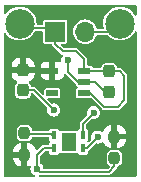
<source format=gbr>
%TF.GenerationSoftware,KiCad,Pcbnew,8.0.1*%
%TF.CreationDate,2025-01-22T18:04:17-07:00*%
%TF.ProjectId,AlcoholSensor,416c636f-686f-46c5-9365-6e736f722e6b,rev?*%
%TF.SameCoordinates,Original*%
%TF.FileFunction,Copper,L2,Bot*%
%TF.FilePolarity,Positive*%
%FSLAX46Y46*%
G04 Gerber Fmt 4.6, Leading zero omitted, Abs format (unit mm)*
G04 Created by KiCad (PCBNEW 8.0.1) date 2025-01-22 18:04:17*
%MOMM*%
%LPD*%
G01*
G04 APERTURE LIST*
G04 Aperture macros list*
%AMRoundRect*
0 Rectangle with rounded corners*
0 $1 Rounding radius*
0 $2 $3 $4 $5 $6 $7 $8 $9 X,Y pos of 4 corners*
0 Add a 4 corners polygon primitive as box body*
4,1,4,$2,$3,$4,$5,$6,$7,$8,$9,$2,$3,0*
0 Add four circle primitives for the rounded corners*
1,1,$1+$1,$2,$3*
1,1,$1+$1,$4,$5*
1,1,$1+$1,$6,$7*
1,1,$1+$1,$8,$9*
0 Add four rect primitives between the rounded corners*
20,1,$1+$1,$2,$3,$4,$5,0*
20,1,$1+$1,$4,$5,$6,$7,0*
20,1,$1+$1,$6,$7,$8,$9,0*
20,1,$1+$1,$8,$9,$2,$3,0*%
G04 Aperture macros list end*
%TA.AperFunction,SMDPad,CuDef*%
%ADD10R,1.003300X0.508000*%
%TD*%
%TA.AperFunction,SMDPad,CuDef*%
%ADD11R,0.450000X0.800000*%
%TD*%
%TA.AperFunction,SMDPad,CuDef*%
%ADD12R,1.300000X1.500000*%
%TD*%
%TA.AperFunction,ComponentPad*%
%ADD13C,2.500000*%
%TD*%
%TA.AperFunction,ComponentPad*%
%ADD14R,1.700000X1.700000*%
%TD*%
%TA.AperFunction,ComponentPad*%
%ADD15O,1.700000X1.700000*%
%TD*%
%TA.AperFunction,SMDPad,CuDef*%
%ADD16RoundRect,0.237500X-0.237500X0.300000X-0.237500X-0.300000X0.237500X-0.300000X0.237500X0.300000X0*%
%TD*%
%TA.AperFunction,SMDPad,CuDef*%
%ADD17RoundRect,0.237500X-0.237500X0.250000X-0.237500X-0.250000X0.237500X-0.250000X0.237500X0.250000X0*%
%TD*%
%TA.AperFunction,ViaPad*%
%ADD18C,0.600000*%
%TD*%
%TA.AperFunction,Conductor*%
%ADD19C,0.152400*%
%TD*%
G04 APERTURE END LIST*
D10*
%TO.P,U3,1,VIN*%
%TO.N,VCC*%
X181975100Y-79989998D03*
%TO.P,U3,2,GND*%
%TO.N,GND*%
X181975100Y-80939999D03*
%TO.P,U3,3,EN*%
%TO.N,VCC*%
X181975100Y-81890000D03*
%TO.P,U3,4,NC*%
%TO.N,unconnected-(U3-NC-Pad4)*%
X179270000Y-81890000D03*
%TO.P,U3,5,VOUT*%
%TO.N,VDD_1.8V*%
X179270000Y-79989998D03*
%TD*%
D11*
%TO.P,U1,1,SENSOR+*%
%TO.N,Alcohol_OUT*%
X179420000Y-86550000D03*
%TO.P,U1,2,HEATER+*%
%TO.N,Net-(U1-HEATER+)*%
X179420000Y-85470000D03*
%TO.P,U1,3,SENSOR-*%
%TO.N,GND*%
X181840000Y-85470000D03*
%TO.P,U1,4,HEATER-*%
X181840000Y-86550000D03*
D12*
%TO.P,U1,5,EP*%
%TO.N,unconnected-(U1-EP-Pad5)*%
X180630000Y-86010000D03*
%TD*%
D13*
%TO.P,H2,1,1*%
%TO.N,GND*%
X185000000Y-76000000D03*
%TD*%
%TO.P,H1,1,1*%
%TO.N,VCC*%
X176500000Y-76000000D03*
%TD*%
D14*
%TO.P,J1,1,Pin_1*%
%TO.N,VCC*%
X179500000Y-76690000D03*
D15*
%TO.P,J1,2,Pin_2*%
%TO.N,GND*%
X182040000Y-76690000D03*
%TD*%
D16*
%TO.P,C2,1*%
%TO.N,VDD_1.8V*%
X176780000Y-79920000D03*
%TO.P,C2,2*%
%TO.N,GND*%
X176780000Y-81645000D03*
%TD*%
D17*
%TO.P,R1,1*%
%TO.N,Net-(U1-HEATER+)*%
X176900000Y-85280000D03*
%TO.P,R1,2*%
%TO.N,VDD_1.8V*%
X176900000Y-87105000D03*
%TD*%
%TO.P,R3,1*%
%TO.N,VDD_1.8V*%
X184520000Y-85570000D03*
%TO.P,R3,2*%
%TO.N,Alcohol_OUT*%
X184520000Y-87395000D03*
%TD*%
D16*
%TO.P,C1,1*%
%TO.N,VCC*%
X184080000Y-80060000D03*
%TO.P,C1,2*%
%TO.N,GND*%
X184080000Y-81785000D03*
%TD*%
D18*
%TO.N,GND*%
X180560000Y-79100000D03*
X182750000Y-83560000D03*
X179386054Y-83325447D03*
X183100000Y-85610000D03*
%TO.N,Alcohol_OUT*%
X177960000Y-88330000D03*
%TO.N,VDD_1.8V*%
X185580000Y-78620000D03*
%TD*%
D19*
%TO.N,Net-(U1-HEATER+)*%
X179225000Y-85380000D02*
X179245000Y-85400000D01*
X177000000Y-85380000D02*
X179225000Y-85380000D01*
X176900000Y-85280000D02*
X177000000Y-85380000D01*
%TO.N,GND*%
X181840000Y-84470000D02*
X181840000Y-85445000D01*
X182750000Y-83560000D02*
X181840000Y-84470000D01*
X181840000Y-85445000D02*
X181905000Y-85510000D01*
X182230000Y-86510000D02*
X181905000Y-86510000D01*
X183100000Y-85640000D02*
X182230000Y-86510000D01*
X183100000Y-85610000D02*
X183100000Y-85640000D01*
X181429999Y-80939999D02*
X180560000Y-80070000D01*
X182869999Y-80939999D02*
X181975100Y-80939999D01*
X183715000Y-81785000D02*
X182869999Y-80939999D01*
X184080000Y-81785000D02*
X183715000Y-81785000D01*
X180560000Y-80070000D02*
X180560000Y-79100000D01*
X181975100Y-80939999D02*
X181429999Y-80939999D01*
X177705607Y-81645000D02*
X179386054Y-83325447D01*
X176780000Y-81645000D02*
X177705607Y-81645000D01*
X184260000Y-76690000D02*
X184950000Y-76000000D01*
X182040000Y-76690000D02*
X184260000Y-76690000D01*
%TO.N,Alcohol_OUT*%
X178190000Y-88560000D02*
X184050000Y-88560000D01*
X177960000Y-88330000D02*
X177960000Y-87110000D01*
X184050000Y-88560000D02*
X184520000Y-88090000D01*
X177960000Y-87110000D02*
X178560000Y-86510000D01*
X177960000Y-88330000D02*
X178190000Y-88560000D01*
X184520000Y-88090000D02*
X184520000Y-87395000D01*
X178560000Y-86510000D02*
X179355000Y-86510000D01*
%TO.N,VDD_1.8V*%
X179270000Y-79989998D02*
X176849998Y-79989998D01*
X176849998Y-79989998D02*
X176780000Y-79920000D01*
%TO.N,VCC*%
X182490000Y-81890000D02*
X183640000Y-83040000D01*
X181975100Y-81890000D02*
X182490000Y-81890000D01*
X176950000Y-76420000D02*
X176530000Y-76000000D01*
X183640000Y-83040000D02*
X184830000Y-83040000D01*
X181975100Y-79989998D02*
X181975100Y-79045100D01*
X179230000Y-76420000D02*
X176950000Y-76420000D01*
X184830000Y-83040000D02*
X185360000Y-82510000D01*
X179500000Y-77730000D02*
X179500000Y-76690000D01*
X185000000Y-80060000D02*
X184080000Y-80060000D01*
X179500000Y-76690000D02*
X179230000Y-76420000D01*
X181300000Y-78370000D02*
X180140000Y-78370000D01*
X185360000Y-82510000D02*
X185360000Y-80420000D01*
X185360000Y-80420000D02*
X185000000Y-80060000D01*
X181975100Y-79989998D02*
X184009998Y-79989998D01*
X180140000Y-78370000D02*
X179500000Y-77730000D01*
X184009998Y-79989998D02*
X184080000Y-80060000D01*
X181975100Y-79045100D02*
X181300000Y-78370000D01*
%TD*%
%TA.AperFunction,Conductor*%
%TO.N,VDD_1.8V*%
G36*
X186362638Y-74433093D02*
G01*
X186388358Y-74477642D01*
X186389500Y-74490700D01*
X186389500Y-75262797D01*
X186371907Y-75311135D01*
X186327358Y-75336855D01*
X186276700Y-75327922D01*
X186251345Y-75303927D01*
X186130993Y-75119714D01*
X185970679Y-74945566D01*
X185970675Y-74945562D01*
X185783881Y-74800175D01*
X185575713Y-74687520D01*
X185575700Y-74687514D01*
X185351842Y-74610664D01*
X185351836Y-74610662D01*
X185351829Y-74610660D01*
X185351822Y-74610658D01*
X185351819Y-74610658D01*
X185118357Y-74571700D01*
X185118352Y-74571700D01*
X184881648Y-74571700D01*
X184881642Y-74571700D01*
X184648180Y-74610658D01*
X184648174Y-74610659D01*
X184648171Y-74610660D01*
X184648166Y-74610661D01*
X184648157Y-74610664D01*
X184424299Y-74687514D01*
X184424286Y-74687520D01*
X184216118Y-74800175D01*
X184029324Y-74945562D01*
X184029320Y-74945566D01*
X183869006Y-75119714D01*
X183739543Y-75317872D01*
X183739542Y-75317876D01*
X183644458Y-75534644D01*
X183586352Y-75764104D01*
X183586351Y-75764107D01*
X183566805Y-75999998D01*
X183566805Y-76000001D01*
X183586351Y-76235892D01*
X183586351Y-76235894D01*
X183586352Y-76235896D01*
X183613180Y-76341841D01*
X183607992Y-76393017D01*
X183571121Y-76428886D01*
X183540282Y-76435500D01*
X183093142Y-76435500D01*
X183044804Y-76417907D01*
X183021180Y-76382130D01*
X182994623Y-76294582D01*
X182899138Y-76115943D01*
X182860059Y-76068325D01*
X182770636Y-75959363D01*
X182614058Y-75830863D01*
X182614059Y-75830863D01*
X182614057Y-75830862D01*
X182614054Y-75830860D01*
X182614052Y-75830859D01*
X182435423Y-75735379D01*
X182435411Y-75735374D01*
X182241579Y-75676577D01*
X182241580Y-75676577D01*
X182040000Y-75656724D01*
X181838419Y-75676577D01*
X181644588Y-75735374D01*
X181644576Y-75735379D01*
X181465947Y-75830859D01*
X181465941Y-75830863D01*
X181309363Y-75959363D01*
X181180863Y-76115941D01*
X181180859Y-76115947D01*
X181085379Y-76294576D01*
X181085374Y-76294588D01*
X181026577Y-76488419D01*
X181006724Y-76690000D01*
X181026577Y-76891580D01*
X181085374Y-77085411D01*
X181085379Y-77085423D01*
X181180859Y-77264052D01*
X181180863Y-77264058D01*
X181309363Y-77420636D01*
X181418325Y-77510059D01*
X181465943Y-77549138D01*
X181481701Y-77557561D01*
X181579004Y-77609571D01*
X181644582Y-77644623D01*
X181644586Y-77644624D01*
X181644588Y-77644625D01*
X181688925Y-77658074D01*
X181838418Y-77703422D01*
X182040000Y-77723276D01*
X182241582Y-77703422D01*
X182435418Y-77644623D01*
X182614057Y-77549138D01*
X182770636Y-77420636D01*
X182899138Y-77264057D01*
X182994623Y-77085418D01*
X183021180Y-76997869D01*
X183052048Y-76956721D01*
X183093142Y-76944500D01*
X183895134Y-76944500D01*
X183943472Y-76962093D01*
X183950454Y-76968761D01*
X184029320Y-77054433D01*
X184029325Y-77054438D01*
X184216118Y-77199824D01*
X184424286Y-77312479D01*
X184424292Y-77312482D01*
X184424293Y-77312482D01*
X184424299Y-77312485D01*
X184593293Y-77370500D01*
X184648171Y-77389340D01*
X184881648Y-77428300D01*
X184881651Y-77428300D01*
X185118349Y-77428300D01*
X185118352Y-77428300D01*
X185351829Y-77389340D01*
X185503902Y-77337132D01*
X185575700Y-77312485D01*
X185575702Y-77312484D01*
X185575708Y-77312482D01*
X185783883Y-77199823D01*
X185970677Y-77054436D01*
X186130992Y-76880287D01*
X186251345Y-76696071D01*
X186292512Y-76665228D01*
X186343873Y-76668061D01*
X186381397Y-76703246D01*
X186389500Y-76737202D01*
X186389500Y-88899300D01*
X186371907Y-88947638D01*
X186327358Y-88973358D01*
X186314300Y-88974500D01*
X178220621Y-88974500D01*
X178172283Y-88956907D01*
X178146563Y-88912358D01*
X178155496Y-88861700D01*
X178191844Y-88829824D01*
X178215021Y-88820224D01*
X178243798Y-88814500D01*
X184100621Y-88814500D01*
X184100623Y-88814500D01*
X184194163Y-88775755D01*
X184664161Y-88305755D01*
X184664163Y-88305755D01*
X184735755Y-88234163D01*
X184774500Y-88140623D01*
X184774500Y-88127517D01*
X184792093Y-88079179D01*
X184836642Y-88053459D01*
X184837938Y-88053243D01*
X184887589Y-88045380D01*
X184945171Y-88016040D01*
X185004948Y-87985582D01*
X185098082Y-87892448D01*
X185157879Y-87775091D01*
X185173300Y-87677725D01*
X185173299Y-87112276D01*
X185167958Y-87078548D01*
X185157880Y-87014910D01*
X185098081Y-86897550D01*
X185004949Y-86804418D01*
X184887591Y-86744621D01*
X184887593Y-86744621D01*
X184838908Y-86736910D01*
X184790225Y-86729200D01*
X184790223Y-86729200D01*
X184249781Y-86729200D01*
X184249769Y-86729201D01*
X184152410Y-86744619D01*
X184035050Y-86804418D01*
X183941918Y-86897550D01*
X183882121Y-87014907D01*
X183866700Y-87112273D01*
X183866700Y-87677718D01*
X183866701Y-87677730D01*
X183882119Y-87775089D01*
X183941918Y-87892449D01*
X184035050Y-87985581D01*
X184094829Y-88016040D01*
X184129911Y-88053661D01*
X184132603Y-88105030D01*
X184113864Y-88136218D01*
X183966607Y-88283474D01*
X183919988Y-88305214D01*
X183913434Y-88305500D01*
X178577973Y-88305500D01*
X178529635Y-88287907D01*
X178503915Y-88243358D01*
X178503416Y-88240116D01*
X178502632Y-88234162D01*
X178496330Y-88186291D01*
X178440861Y-88052375D01*
X178440860Y-88052374D01*
X178440860Y-88052373D01*
X178352621Y-87937378D01*
X178243921Y-87853970D01*
X178216283Y-87810586D01*
X178214500Y-87794310D01*
X178214500Y-87246565D01*
X178232093Y-87198227D01*
X178236526Y-87193391D01*
X178643391Y-86786526D01*
X178690011Y-86764786D01*
X178696565Y-86764500D01*
X178941501Y-86764500D01*
X178989839Y-86782093D01*
X179015559Y-86826642D01*
X179016701Y-86839700D01*
X179016701Y-86967564D01*
X179027043Y-87019565D01*
X179027045Y-87019571D01*
X179066451Y-87078545D01*
X179066452Y-87078545D01*
X179066453Y-87078547D01*
X179125431Y-87117955D01*
X179177439Y-87128300D01*
X179662560Y-87128299D01*
X179688564Y-87123127D01*
X179714565Y-87117956D01*
X179714566Y-87117955D01*
X179714569Y-87117955D01*
X179714569Y-87117954D01*
X179714571Y-87117954D01*
X179744058Y-87098251D01*
X179773547Y-87078547D01*
X179812955Y-87019569D01*
X179819523Y-86986545D01*
X179846207Y-86942570D01*
X179894917Y-86926034D01*
X179907949Y-86927461D01*
X179910430Y-86927954D01*
X179910431Y-86927955D01*
X179962439Y-86938300D01*
X181297560Y-86938299D01*
X181349569Y-86927955D01*
X181349569Y-86927954D01*
X181352051Y-86927461D01*
X181402892Y-86935287D01*
X181436808Y-86973962D01*
X181440476Y-86986546D01*
X181447043Y-87019565D01*
X181447045Y-87019571D01*
X181486451Y-87078545D01*
X181486452Y-87078545D01*
X181486453Y-87078547D01*
X181545431Y-87117955D01*
X181597439Y-87128300D01*
X182082560Y-87128299D01*
X182108564Y-87123127D01*
X182134565Y-87117956D01*
X182134566Y-87117955D01*
X182134569Y-87117955D01*
X182134569Y-87117954D01*
X182134571Y-87117954D01*
X182164058Y-87098251D01*
X182193547Y-87078547D01*
X182232955Y-87019569D01*
X182243300Y-86967561D01*
X182243300Y-86830206D01*
X182260893Y-86781868D01*
X182289720Y-86760731D01*
X182374163Y-86725755D01*
X182927680Y-86172236D01*
X182974298Y-86150498D01*
X182990659Y-86150854D01*
X183100000Y-86165250D01*
X183243709Y-86146330D01*
X183377625Y-86090861D01*
X183467290Y-86022057D01*
X183516346Y-86006591D01*
X183563871Y-86026275D01*
X183584450Y-86058065D01*
X183609548Y-86133805D01*
X183700052Y-86280534D01*
X183700055Y-86280538D01*
X183821961Y-86402444D01*
X183821965Y-86402447D01*
X183968695Y-86492951D01*
X183968694Y-86492951D01*
X184132347Y-86547179D01*
X184132349Y-86547180D01*
X184233358Y-86557499D01*
X184269999Y-86557498D01*
X184270000Y-86557498D01*
X184270000Y-85820000D01*
X184770000Y-85820000D01*
X184770000Y-86557499D01*
X184806641Y-86557499D01*
X184907655Y-86547179D01*
X185071305Y-86492951D01*
X185218034Y-86402447D01*
X185218038Y-86402444D01*
X185339944Y-86280538D01*
X185339947Y-86280534D01*
X185430451Y-86133805D01*
X185484679Y-85970152D01*
X185484680Y-85970150D01*
X185495000Y-85869140D01*
X185495000Y-85820000D01*
X184770000Y-85820000D01*
X184270000Y-85820000D01*
X184270000Y-84582500D01*
X184770000Y-84582500D01*
X184770000Y-85320000D01*
X185494999Y-85320000D01*
X185494999Y-85270858D01*
X185484679Y-85169844D01*
X185430451Y-85006194D01*
X185339947Y-84859465D01*
X185339944Y-84859461D01*
X185218038Y-84737555D01*
X185218034Y-84737552D01*
X185071304Y-84647048D01*
X185071305Y-84647048D01*
X184907652Y-84592820D01*
X184907650Y-84592819D01*
X184806641Y-84582500D01*
X184770000Y-84582500D01*
X184270000Y-84582500D01*
X184269999Y-84582499D01*
X184233359Y-84582500D01*
X184132344Y-84592820D01*
X183968694Y-84647048D01*
X183821965Y-84737552D01*
X183821961Y-84737555D01*
X183700055Y-84859461D01*
X183700052Y-84859465D01*
X183609548Y-85006194D01*
X183563316Y-85145717D01*
X183531411Y-85186067D01*
X183481034Y-85196469D01*
X183446154Y-85181723D01*
X183377626Y-85129139D01*
X183243711Y-85073671D01*
X183243709Y-85073670D01*
X183100000Y-85054750D01*
X182956291Y-85073670D01*
X182956288Y-85073670D01*
X182956288Y-85073671D01*
X182822373Y-85129139D01*
X182707378Y-85217378D01*
X182619139Y-85332373D01*
X182563671Y-85466288D01*
X182563670Y-85466291D01*
X182544750Y-85610000D01*
X182563671Y-85753716D01*
X182564946Y-85758473D01*
X182563130Y-85758959D01*
X182565044Y-85803032D01*
X182546504Y-85833576D01*
X182353514Y-86026566D01*
X182306894Y-86048306D01*
X182257207Y-86034992D01*
X182227702Y-85992855D01*
X182230866Y-85944610D01*
X182232951Y-85939573D01*
X182232955Y-85939569D01*
X182243300Y-85887561D01*
X182243299Y-85052440D01*
X182239522Y-85033451D01*
X182232956Y-85000434D01*
X182232954Y-85000428D01*
X182193548Y-84941454D01*
X182193544Y-84941451D01*
X182134569Y-84902045D01*
X182134567Y-84902044D01*
X182128411Y-84897931D01*
X182130366Y-84895004D01*
X182102995Y-84869920D01*
X182094500Y-84835201D01*
X182094500Y-84606564D01*
X182112093Y-84558226D01*
X182116515Y-84553401D01*
X182551168Y-84118747D01*
X182597788Y-84097008D01*
X182614151Y-84097364D01*
X182750000Y-84115250D01*
X182893709Y-84096330D01*
X183027625Y-84040861D01*
X183142621Y-83952621D01*
X183230861Y-83837625D01*
X183286330Y-83703709D01*
X183305250Y-83560000D01*
X183286330Y-83416291D01*
X183230861Y-83282375D01*
X183230860Y-83282374D01*
X183230860Y-83282373D01*
X183142621Y-83167378D01*
X183027626Y-83079139D01*
X182893711Y-83023671D01*
X182893709Y-83023670D01*
X182750000Y-83004750D01*
X182606291Y-83023670D01*
X182606288Y-83023670D01*
X182606288Y-83023671D01*
X182472373Y-83079139D01*
X182357378Y-83167378D01*
X182269139Y-83282373D01*
X182251298Y-83325447D01*
X182213670Y-83416291D01*
X182206710Y-83469156D01*
X182194750Y-83560000D01*
X182212634Y-83695840D01*
X182201500Y-83746061D01*
X182191251Y-83758830D01*
X181624245Y-84325835D01*
X181585500Y-84419376D01*
X181585500Y-84835201D01*
X181567907Y-84883539D01*
X181550500Y-84896302D01*
X181551589Y-84897931D01*
X181545432Y-84902044D01*
X181545431Y-84902045D01*
X181486456Y-84941451D01*
X181486453Y-84941453D01*
X181447045Y-85000431D01*
X181447044Y-85000432D01*
X181440476Y-85033455D01*
X181413790Y-85077431D01*
X181365080Y-85093965D01*
X181352051Y-85092538D01*
X181297562Y-85081700D01*
X179962441Y-85081700D01*
X179907946Y-85092539D01*
X179857105Y-85084712D01*
X179823190Y-85046036D01*
X179819522Y-85033451D01*
X179812955Y-85000430D01*
X179812954Y-85000428D01*
X179773548Y-84941454D01*
X179773544Y-84941451D01*
X179714569Y-84902045D01*
X179714567Y-84902044D01*
X179662561Y-84891700D01*
X179177440Y-84891700D01*
X179177435Y-84891701D01*
X179125434Y-84902043D01*
X179125428Y-84902045D01*
X179066454Y-84941451D01*
X179027045Y-85000431D01*
X179027044Y-85000432D01*
X179016699Y-85052439D01*
X179016338Y-85056114D01*
X179014644Y-85055947D01*
X178999107Y-85098638D01*
X178954558Y-85124358D01*
X178941500Y-85125500D01*
X177628499Y-85125500D01*
X177580161Y-85107907D01*
X177554441Y-85063358D01*
X177553299Y-85050300D01*
X177553299Y-84997281D01*
X177553298Y-84997273D01*
X177553298Y-84997269D01*
X177537880Y-84899910D01*
X177478081Y-84782550D01*
X177384949Y-84689418D01*
X177267591Y-84629621D01*
X177267593Y-84629621D01*
X177218908Y-84621910D01*
X177170225Y-84614200D01*
X177170223Y-84614200D01*
X176629781Y-84614200D01*
X176629769Y-84614201D01*
X176532410Y-84629619D01*
X176415050Y-84689418D01*
X176321918Y-84782550D01*
X176262121Y-84899907D01*
X176246700Y-84997273D01*
X176246700Y-85562718D01*
X176246701Y-85562730D01*
X176262119Y-85660089D01*
X176321918Y-85777449D01*
X176415050Y-85870581D01*
X176415052Y-85870582D01*
X176532407Y-85930378D01*
X176532409Y-85930379D01*
X176629775Y-85945800D01*
X177170224Y-85945799D01*
X177177732Y-85944610D01*
X177267589Y-85930380D01*
X177267593Y-85930378D01*
X177384948Y-85870582D01*
X177478082Y-85777448D01*
X177529997Y-85675559D01*
X177567618Y-85640478D01*
X177597001Y-85634500D01*
X178941501Y-85634500D01*
X178989839Y-85652093D01*
X179015559Y-85696642D01*
X179016701Y-85709700D01*
X179016701Y-85887564D01*
X179027043Y-85939565D01*
X179027045Y-85939571D01*
X179046189Y-85968221D01*
X179058416Y-86018187D01*
X179046190Y-86051779D01*
X179027045Y-86080431D01*
X179027044Y-86080432D01*
X179016700Y-86132438D01*
X179016700Y-86180300D01*
X178999107Y-86228638D01*
X178954558Y-86254358D01*
X178941500Y-86255500D01*
X178509377Y-86255500D01*
X178415837Y-86294244D01*
X178380041Y-86330040D01*
X178344245Y-86365837D01*
X178344244Y-86365838D01*
X178217131Y-86492951D01*
X177985871Y-86724210D01*
X177939251Y-86745949D01*
X177889564Y-86732635D01*
X177861314Y-86694689D01*
X177810451Y-86541194D01*
X177719947Y-86394465D01*
X177719944Y-86394461D01*
X177598038Y-86272555D01*
X177598034Y-86272552D01*
X177451304Y-86182048D01*
X177451305Y-86182048D01*
X177287652Y-86127820D01*
X177287650Y-86127819D01*
X177186641Y-86117500D01*
X177150000Y-86117500D01*
X177150000Y-88092499D01*
X177186641Y-88092499D01*
X177287655Y-88082179D01*
X177339259Y-88065080D01*
X177390677Y-88066576D01*
X177429104Y-88100773D01*
X177436559Y-88151669D01*
X177432389Y-88165240D01*
X177423671Y-88186287D01*
X177423671Y-88186288D01*
X177423670Y-88186291D01*
X177404750Y-88330000D01*
X177423670Y-88473709D01*
X177423671Y-88473711D01*
X177479139Y-88607626D01*
X177567378Y-88722621D01*
X177682373Y-88810860D01*
X177682374Y-88810860D01*
X177682375Y-88810861D01*
X177704980Y-88820224D01*
X177728156Y-88829824D01*
X177766082Y-88864576D01*
X177772797Y-88915576D01*
X177745158Y-88958960D01*
X177699379Y-88974500D01*
X175265700Y-88974500D01*
X175217362Y-88956907D01*
X175191642Y-88912358D01*
X175190500Y-88899300D01*
X175190500Y-87355000D01*
X175925001Y-87355000D01*
X175925001Y-87404141D01*
X175935320Y-87505155D01*
X175989548Y-87668805D01*
X176080052Y-87815534D01*
X176080055Y-87815538D01*
X176201961Y-87937444D01*
X176201965Y-87937447D01*
X176348695Y-88027951D01*
X176348694Y-88027951D01*
X176512347Y-88082179D01*
X176512349Y-88082180D01*
X176613358Y-88092499D01*
X176649999Y-88092498D01*
X176650000Y-88092498D01*
X176650000Y-87355000D01*
X175925001Y-87355000D01*
X175190500Y-87355000D01*
X175190500Y-86855000D01*
X175925000Y-86855000D01*
X176650000Y-86855000D01*
X176650000Y-86117500D01*
X176649999Y-86117499D01*
X176613359Y-86117500D01*
X176512344Y-86127820D01*
X176348694Y-86182048D01*
X176201965Y-86272552D01*
X176201961Y-86272555D01*
X176080055Y-86394461D01*
X176080052Y-86394465D01*
X175989548Y-86541194D01*
X175935320Y-86704847D01*
X175935319Y-86704849D01*
X175925000Y-86805859D01*
X175925000Y-86855000D01*
X175190500Y-86855000D01*
X175190500Y-80170000D01*
X175805001Y-80170000D01*
X175805001Y-80269141D01*
X175815320Y-80370155D01*
X175869548Y-80533805D01*
X175960052Y-80680534D01*
X175960055Y-80680538D01*
X176081961Y-80802444D01*
X176081965Y-80802447D01*
X176228693Y-80892950D01*
X176246528Y-80898860D01*
X176286879Y-80930764D01*
X176297282Y-80981141D01*
X176276051Y-81023418D01*
X176201917Y-81097552D01*
X176142121Y-81214907D01*
X176126700Y-81312273D01*
X176126700Y-81977718D01*
X176126701Y-81977730D01*
X176142119Y-82075089D01*
X176201918Y-82192449D01*
X176295050Y-82285581D01*
X176295052Y-82285582D01*
X176412407Y-82345378D01*
X176412409Y-82345379D01*
X176509775Y-82360800D01*
X177050224Y-82360799D01*
X177056841Y-82359750D01*
X177147589Y-82345380D01*
X177187859Y-82324861D01*
X177264948Y-82285582D01*
X177358082Y-82192448D01*
X177417879Y-82075091D01*
X177433300Y-81977725D01*
X177433300Y-81974700D01*
X177450893Y-81926362D01*
X177495442Y-81900642D01*
X177508500Y-81899500D01*
X177569041Y-81899500D01*
X177617379Y-81917093D01*
X177622215Y-81921526D01*
X178827305Y-83126616D01*
X178849045Y-83173236D01*
X178848688Y-83189605D01*
X178834878Y-83294499D01*
X178830804Y-83325447D01*
X178849724Y-83469156D01*
X178849725Y-83469158D01*
X178905193Y-83603073D01*
X178993432Y-83718068D01*
X179108427Y-83806307D01*
X179108428Y-83806307D01*
X179108429Y-83806308D01*
X179242345Y-83861777D01*
X179386054Y-83880697D01*
X179529763Y-83861777D01*
X179663679Y-83806308D01*
X179778675Y-83718068D01*
X179866915Y-83603072D01*
X179922384Y-83469156D01*
X179941304Y-83325447D01*
X179922384Y-83181738D01*
X179866915Y-83047822D01*
X179866914Y-83047821D01*
X179866914Y-83047820D01*
X179778675Y-82932825D01*
X179663680Y-82844586D01*
X179529765Y-82789118D01*
X179529763Y-82789117D01*
X179386054Y-82770197D01*
X179386053Y-82770197D01*
X179250212Y-82788081D01*
X179199992Y-82776947D01*
X179187223Y-82766698D01*
X178871198Y-82450673D01*
X178849458Y-82404053D01*
X178862772Y-82354366D01*
X178904909Y-82324861D01*
X178924365Y-82322299D01*
X179789210Y-82322299D01*
X179815214Y-82317127D01*
X179841215Y-82311956D01*
X179841216Y-82311955D01*
X179841219Y-82311955D01*
X179841219Y-82311954D01*
X179841221Y-82311954D01*
X179880690Y-82285581D01*
X179900197Y-82272547D01*
X179939605Y-82213569D01*
X179949950Y-82161561D01*
X179949949Y-81618440D01*
X179939605Y-81566431D01*
X179939604Y-81566428D01*
X179900198Y-81507454D01*
X179900197Y-81507453D01*
X179841219Y-81468045D01*
X179841217Y-81468044D01*
X179789211Y-81457700D01*
X178750790Y-81457700D01*
X178750785Y-81457701D01*
X178698784Y-81468043D01*
X178698778Y-81468045D01*
X178639804Y-81507451D01*
X178600395Y-81566431D01*
X178600394Y-81566432D01*
X178590050Y-81618438D01*
X178590050Y-81987977D01*
X178572457Y-82036315D01*
X178527908Y-82062035D01*
X178477250Y-82053102D01*
X178461676Y-82041151D01*
X177849771Y-81429245D01*
X177756230Y-81390500D01*
X177508499Y-81390500D01*
X177460161Y-81372907D01*
X177434441Y-81328358D01*
X177433299Y-81315300D01*
X177433299Y-81312281D01*
X177433298Y-81312273D01*
X177433298Y-81312269D01*
X177417880Y-81214910D01*
X177358081Y-81097550D01*
X177283949Y-81023418D01*
X177262209Y-80976798D01*
X177275523Y-80927111D01*
X177313472Y-80898860D01*
X177331306Y-80892951D01*
X177478034Y-80802447D01*
X177478038Y-80802444D01*
X177599944Y-80680538D01*
X177599947Y-80680534D01*
X177690451Y-80533805D01*
X177744679Y-80370152D01*
X177744680Y-80370150D01*
X177755000Y-80269140D01*
X177755000Y-80239998D01*
X178268350Y-80239998D01*
X178268350Y-80291829D01*
X178274751Y-80351372D01*
X178274752Y-80351375D01*
X178324998Y-80486088D01*
X178324999Y-80486090D01*
X178411160Y-80601187D01*
X178526257Y-80687348D01*
X178526259Y-80687349D01*
X178660972Y-80737595D01*
X178660975Y-80737596D01*
X178720518Y-80743997D01*
X178720530Y-80743998D01*
X179020000Y-80743998D01*
X179020000Y-80239998D01*
X178268350Y-80239998D01*
X177755000Y-80239998D01*
X177755000Y-80170000D01*
X175805001Y-80170000D01*
X175190500Y-80170000D01*
X175190500Y-79739998D01*
X178268350Y-79739998D01*
X179020000Y-79739998D01*
X179020000Y-79235998D01*
X178720518Y-79235998D01*
X178660975Y-79242399D01*
X178660972Y-79242400D01*
X178526259Y-79292646D01*
X178526257Y-79292647D01*
X178411160Y-79378808D01*
X178324999Y-79493905D01*
X178324998Y-79493907D01*
X178274752Y-79628620D01*
X178274751Y-79628623D01*
X178268350Y-79688166D01*
X178268350Y-79739998D01*
X175190500Y-79739998D01*
X175190500Y-79670000D01*
X175805000Y-79670000D01*
X176530000Y-79670000D01*
X176530000Y-78882500D01*
X177030000Y-78882500D01*
X177030000Y-79670000D01*
X177754999Y-79670000D01*
X177754999Y-79570858D01*
X177744679Y-79469844D01*
X177690451Y-79306194D01*
X177599947Y-79159465D01*
X177599944Y-79159461D01*
X177478038Y-79037555D01*
X177478034Y-79037552D01*
X177331304Y-78947048D01*
X177331305Y-78947048D01*
X177167652Y-78892820D01*
X177167650Y-78892819D01*
X177066641Y-78882500D01*
X177030000Y-78882500D01*
X176530000Y-78882500D01*
X176529999Y-78882499D01*
X176493359Y-78882500D01*
X176392344Y-78892820D01*
X176228694Y-78947048D01*
X176081965Y-79037552D01*
X176081961Y-79037555D01*
X175960055Y-79159461D01*
X175960052Y-79159465D01*
X175869548Y-79306194D01*
X175815320Y-79469847D01*
X175815319Y-79469849D01*
X175805000Y-79570859D01*
X175805000Y-79670000D01*
X175190500Y-79670000D01*
X175190500Y-76859652D01*
X175208093Y-76811314D01*
X175252642Y-76785594D01*
X175303300Y-76794527D01*
X175328655Y-76818522D01*
X175369006Y-76880285D01*
X175529320Y-77054433D01*
X175529324Y-77054437D01*
X175716118Y-77199824D01*
X175924286Y-77312479D01*
X175924292Y-77312482D01*
X175924293Y-77312482D01*
X175924299Y-77312485D01*
X176093293Y-77370500D01*
X176148171Y-77389340D01*
X176381648Y-77428300D01*
X176381651Y-77428300D01*
X176618349Y-77428300D01*
X176618352Y-77428300D01*
X176851829Y-77389340D01*
X177003902Y-77337132D01*
X177075700Y-77312485D01*
X177075702Y-77312484D01*
X177075708Y-77312482D01*
X177283883Y-77199823D01*
X177470677Y-77054436D01*
X177630992Y-76880287D01*
X177724474Y-76737202D01*
X177743180Y-76708570D01*
X177784347Y-76677726D01*
X177806135Y-76674500D01*
X178396500Y-76674500D01*
X178444838Y-76692093D01*
X178470558Y-76736642D01*
X178471700Y-76749700D01*
X178471700Y-77557559D01*
X178471701Y-77557564D01*
X178482043Y-77609565D01*
X178482045Y-77609571D01*
X178521451Y-77668545D01*
X178521452Y-77668545D01*
X178521453Y-77668547D01*
X178580431Y-77707955D01*
X178632439Y-77718300D01*
X179171388Y-77718299D01*
X179219726Y-77735892D01*
X179242255Y-77773950D01*
X179242666Y-77773781D01*
X179243855Y-77776653D01*
X179245143Y-77778828D01*
X179245500Y-77780623D01*
X179284245Y-77874164D01*
X179995834Y-78585753D01*
X179995835Y-78585753D01*
X179995837Y-78585755D01*
X180089377Y-78624501D01*
X180089379Y-78624501D01*
X180093615Y-78625344D01*
X180137592Y-78652030D01*
X180154126Y-78700740D01*
X180138604Y-78744878D01*
X180079139Y-78822373D01*
X180023671Y-78956288D01*
X180023670Y-78956291D01*
X180004750Y-79100000D01*
X180012578Y-79159461D01*
X180014637Y-79175095D01*
X180003503Y-79225316D01*
X179962693Y-79256630D01*
X179913800Y-79255370D01*
X179879027Y-79242400D01*
X179879024Y-79242399D01*
X179819481Y-79235998D01*
X179520000Y-79235998D01*
X179520000Y-80743998D01*
X179819470Y-80743998D01*
X179819481Y-80743997D01*
X179879024Y-80737596D01*
X179879027Y-80737595D01*
X180013740Y-80687349D01*
X180013742Y-80687348D01*
X180128839Y-80601187D01*
X180215000Y-80486090D01*
X180215001Y-80486088D01*
X180265247Y-80351375D01*
X180265248Y-80351371D01*
X180269434Y-80312433D01*
X180292093Y-80266252D01*
X180339135Y-80245441D01*
X180388548Y-80259737D01*
X180397377Y-80267296D01*
X181209951Y-81079868D01*
X181209964Y-81079883D01*
X181273124Y-81143043D01*
X181294864Y-81189663D01*
X181295150Y-81196213D01*
X181295150Y-81211558D01*
X181295151Y-81211564D01*
X181305493Y-81263564D01*
X181305495Y-81263570D01*
X181344901Y-81322544D01*
X181344902Y-81322544D01*
X181344903Y-81322546D01*
X181389691Y-81352472D01*
X181420108Y-81393956D01*
X181416743Y-81445286D01*
X181389692Y-81477525D01*
X181344903Y-81507452D01*
X181305495Y-81566431D01*
X181305494Y-81566432D01*
X181295150Y-81618438D01*
X181295150Y-82161559D01*
X181295151Y-82161564D01*
X181305493Y-82213565D01*
X181305495Y-82213571D01*
X181344901Y-82272545D01*
X181344902Y-82272545D01*
X181344903Y-82272547D01*
X181403881Y-82311955D01*
X181455889Y-82322300D01*
X182494310Y-82322299D01*
X182511666Y-82318847D01*
X182562507Y-82326672D01*
X182579510Y-82339428D01*
X183495834Y-83255753D01*
X183495835Y-83255753D01*
X183495837Y-83255755D01*
X183589377Y-83294501D01*
X183589378Y-83294501D01*
X183699375Y-83294501D01*
X183699383Y-83294500D01*
X184880622Y-83294500D01*
X184880623Y-83294500D01*
X184974163Y-83255755D01*
X185504161Y-82725755D01*
X185504163Y-82725755D01*
X185575755Y-82654163D01*
X185614500Y-82560623D01*
X185614500Y-80479383D01*
X185614501Y-80479374D01*
X185614501Y-80369378D01*
X185607043Y-80351372D01*
X185575755Y-80275837D01*
X185575753Y-80275835D01*
X185575753Y-80275834D01*
X185144164Y-79844245D01*
X185050623Y-79805500D01*
X184808499Y-79805500D01*
X184760161Y-79787907D01*
X184734441Y-79743358D01*
X184733299Y-79730300D01*
X184733299Y-79727281D01*
X184733298Y-79727269D01*
X184717880Y-79629910D01*
X184658081Y-79512550D01*
X184564949Y-79419418D01*
X184447591Y-79359621D01*
X184447593Y-79359621D01*
X184398908Y-79351910D01*
X184350225Y-79344200D01*
X184350223Y-79344200D01*
X183809781Y-79344200D01*
X183809769Y-79344201D01*
X183712410Y-79359619D01*
X183595050Y-79419418D01*
X183501918Y-79512550D01*
X183442121Y-79629907D01*
X183438498Y-79652781D01*
X183435772Y-79670000D01*
X183435445Y-79672062D01*
X183410507Y-79717052D01*
X183362484Y-79735487D01*
X183361171Y-79735498D01*
X182720159Y-79735498D01*
X182671821Y-79717905D01*
X182646404Y-79674967D01*
X182644706Y-79666432D01*
X182644704Y-79666426D01*
X182605298Y-79607452D01*
X182605294Y-79607449D01*
X182546319Y-79568043D01*
X182546317Y-79568042D01*
X182494312Y-79557698D01*
X182494311Y-79557698D01*
X182304800Y-79557698D01*
X182256462Y-79540105D01*
X182230742Y-79495556D01*
X182229600Y-79482498D01*
X182229600Y-79104483D01*
X182229601Y-79104474D01*
X182229601Y-78994478D01*
X182229601Y-78994477D01*
X182190855Y-78900937D01*
X182190853Y-78900935D01*
X182190853Y-78900934D01*
X181444164Y-78154245D01*
X181350623Y-78115500D01*
X180276566Y-78115500D01*
X180228228Y-78097907D01*
X180223392Y-78093474D01*
X179976591Y-77846673D01*
X179954851Y-77800053D01*
X179968165Y-77750366D01*
X180010302Y-77720861D01*
X180029765Y-77718299D01*
X180367560Y-77718299D01*
X180393564Y-77713127D01*
X180419565Y-77707956D01*
X180419566Y-77707955D01*
X180419569Y-77707955D01*
X180419569Y-77707954D01*
X180419571Y-77707954D01*
X180449058Y-77688251D01*
X180478547Y-77668547D01*
X180517955Y-77609569D01*
X180528300Y-77557561D01*
X180528299Y-75822440D01*
X180517955Y-75770431D01*
X180517954Y-75770428D01*
X180478548Y-75711454D01*
X180478544Y-75711451D01*
X180419569Y-75672045D01*
X180419567Y-75672044D01*
X180367561Y-75661700D01*
X178632440Y-75661700D01*
X178632435Y-75661701D01*
X178580434Y-75672043D01*
X178580428Y-75672045D01*
X178521454Y-75711451D01*
X178482045Y-75770431D01*
X178482044Y-75770432D01*
X178471700Y-75822438D01*
X178471700Y-76090300D01*
X178454107Y-76138638D01*
X178409558Y-76164358D01*
X178396500Y-76165500D01*
X178001170Y-76165500D01*
X177952832Y-76147907D01*
X177927112Y-76103358D01*
X177926227Y-76084090D01*
X177933195Y-76000001D01*
X177933195Y-75999998D01*
X177919180Y-75830862D01*
X177913648Y-75764104D01*
X177855541Y-75534642D01*
X177760457Y-75317875D01*
X177760456Y-75317874D01*
X177760456Y-75317872D01*
X177630993Y-75119714D01*
X177470679Y-74945566D01*
X177470675Y-74945562D01*
X177283881Y-74800175D01*
X177075713Y-74687520D01*
X177075700Y-74687514D01*
X176851842Y-74610664D01*
X176851836Y-74610662D01*
X176851829Y-74610660D01*
X176851822Y-74610658D01*
X176851819Y-74610658D01*
X176618357Y-74571700D01*
X176618352Y-74571700D01*
X176381648Y-74571700D01*
X176381642Y-74571700D01*
X176148180Y-74610658D01*
X176148174Y-74610659D01*
X176148171Y-74610660D01*
X176148166Y-74610661D01*
X176148157Y-74610664D01*
X175924299Y-74687514D01*
X175924286Y-74687520D01*
X175716118Y-74800175D01*
X175529324Y-74945562D01*
X175529320Y-74945566D01*
X175369008Y-75119712D01*
X175328655Y-75181478D01*
X175287488Y-75212322D01*
X175236126Y-75209488D01*
X175198602Y-75174302D01*
X175190500Y-75140347D01*
X175190500Y-74490700D01*
X175208093Y-74442362D01*
X175252642Y-74416642D01*
X175265700Y-74415500D01*
X186314300Y-74415500D01*
X186362638Y-74433093D01*
G37*
%TD.AperFunction*%
%TD*%
M02*

</source>
